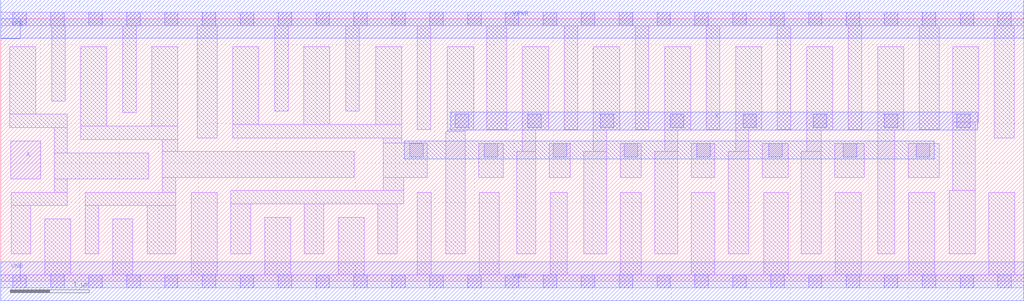
<source format=lef>
# Copyright 2020 The SkyWater PDK Authors
#
# Licensed under the Apache License, Version 2.0 (the "License");
# you may not use this file except in compliance with the License.
# You may obtain a copy of the License at
#
#     https://www.apache.org/licenses/LICENSE-2.0
#
# Unless required by applicable law or agreed to in writing, software
# distributed under the License is distributed on an "AS IS" BASIS,
# WITHOUT WARRANTIES OR CONDITIONS OF ANY KIND, either express or implied.
# See the License for the specific language governing permissions and
# limitations under the License.
#
# SPDX-License-Identifier: Apache-2.0

VERSION 5.5 ;
NAMESCASESENSITIVE ON ;
BUSBITCHARS "[]" ;
DIVIDERCHAR "/" ;
MACRO sky130_fd_sc_hs__bufbuf_16
  CLASS CORE ;
  SOURCE USER ;
  ORIGIN  0.000000  0.000000 ;
  SIZE  12.96000 BY  3.330000 ;
  SYMMETRY X Y ;
  SITE unit ;
  PIN A
    ANTENNAGATEAREA  0.279000 ;
    DIRECTION INPUT ;
    USE SIGNAL ;
    PORT
      LAYER li1 ;
        RECT 0.125000 1.300000 0.505000 1.780000 ;
    END
  END A
  PIN X
    ANTENNADIFFAREA  4.401600 ;
    DIRECTION OUTPUT ;
    USE SIGNAL ;
    PORT
      LAYER met1 ;
        RECT 5.700000 1.920000 12.380000 2.150000 ;
    END
  END X
  PIN VGND
    DIRECTION INOUT ;
    USE GROUND ;
    PORT
      LAYER met1 ;
        RECT 0.000000 -0.245000 12.960000 0.245000 ;
    END
  END VGND
  PIN VNB
    DIRECTION INOUT ;
    USE GROUND ;
    PORT
      LAYER met1 ;
        RECT 0.000000 0.000000 0.250000 0.250000 ;
    END
  END VNB
  PIN VPB
    DIRECTION INOUT ;
    USE POWER ;
    PORT
      LAYER met1 ;
        RECT 0.000000 3.080000 0.250000 3.330000 ;
    END
  END VPB
  PIN VPWR
    DIRECTION INOUT ;
    USE POWER ;
    PORT
      LAYER met1 ;
        RECT 0.000000 3.085000 12.960000 3.575000 ;
    END
  END VPWR
  OBS
    LAYER li1 ;
      RECT  0.000000 -0.085000 12.960000 0.085000 ;
      RECT  0.000000  3.245000 12.960000 3.415000 ;
      RECT  0.115000  1.950000  0.845000 2.120000 ;
      RECT  0.115000  2.120000  0.445000 2.980000 ;
      RECT  0.130000  0.350000  0.380000 0.960000 ;
      RECT  0.130000  0.960000  0.845000 1.130000 ;
      RECT  0.560000  0.085000  0.890000 0.790000 ;
      RECT  0.645000  2.290000  0.815000 3.245000 ;
      RECT  0.675000  1.130000  0.845000 1.300000 ;
      RECT  0.675000  1.300000  1.875000 1.630000 ;
      RECT  0.675000  1.630000  0.845000 1.950000 ;
      RECT  1.015000  1.800000  2.245000 1.970000 ;
      RECT  1.015000  1.970000  1.345000 2.980000 ;
      RECT  1.070000  0.350000  1.240000 0.960000 ;
      RECT  1.070000  0.960000  2.215000 1.130000 ;
      RECT  1.420000  0.085000  1.670000 0.790000 ;
      RECT  1.545000  2.140000  1.715000 3.245000 ;
      RECT  1.855000  0.350000  2.215000 0.960000 ;
      RECT  1.915000  1.970000  2.245000 2.980000 ;
      RECT  2.045000  1.130000  2.215000 1.320000 ;
      RECT  2.045000  1.320000  4.480000 1.650000 ;
      RECT  2.045000  1.650000  2.245000 1.800000 ;
      RECT  2.415000  0.085000  2.745000 1.130000 ;
      RECT  2.490000  1.820000  2.740000 3.245000 ;
      RECT  2.915000  0.350000  3.165000 0.980000 ;
      RECT  2.915000  0.980000  5.105000 1.150000 ;
      RECT  2.940000  1.820000  5.080000 1.990000 ;
      RECT  2.940000  1.990000  3.270000 2.980000 ;
      RECT  3.345000  0.085000  3.675000 0.810000 ;
      RECT  3.470000  2.160000  3.640000 3.245000 ;
      RECT  3.840000  1.990000  4.170000 2.980000 ;
      RECT  3.845000  0.350000  4.095000 0.980000 ;
      RECT  4.275000  0.085000  4.605000 0.810000 ;
      RECT  4.370000  2.160000  4.540000 3.245000 ;
      RECT  4.750000  1.990000  5.080000 2.980000 ;
      RECT  4.775000  0.350000  5.025000 0.980000 ;
      RECT  4.845000  1.150000  5.105000 1.320000 ;
      RECT  4.845000  1.320000  5.405000 1.755000 ;
      RECT  4.845000  1.755000  5.080000 1.820000 ;
      RECT  5.275000  0.085000  5.455000 1.130000 ;
      RECT  5.280000  1.925000  5.450000 3.245000 ;
      RECT  5.635000  0.350000  5.885000 1.900000 ;
      RECT  5.660000  1.900000  5.885000 1.920000 ;
      RECT  5.660000  1.920000  5.990000 2.980000 ;
      RECT  6.055000  1.320000  6.365000 1.750000 ;
      RECT  6.065000  0.085000  6.315000 1.130000 ;
      RECT  6.160000  1.925000  6.410000 3.245000 ;
      RECT  6.535000  0.350000  6.780000 1.650000 ;
      RECT  6.610000  1.650000  6.780000 1.920000 ;
      RECT  6.610000  1.920000  6.940000 2.980000 ;
      RECT  6.950000  1.320000  7.215000 1.750000 ;
      RECT  6.960000  0.085000  7.175000 1.130000 ;
      RECT  7.140000  1.925000  7.310000 3.245000 ;
      RECT  7.385000  0.350000  7.680000 1.650000 ;
      RECT  7.510000  1.650000  7.680000 1.920000 ;
      RECT  7.510000  1.920000  7.840000 2.980000 ;
      RECT  7.850000  0.085000  8.115000 1.130000 ;
      RECT  7.850000  1.320000  8.115000 1.750000 ;
      RECT  8.040000  1.925000  8.210000 3.245000 ;
      RECT  8.285000  0.350000  8.580000 1.650000 ;
      RECT  8.410000  1.650000  8.580000 1.920000 ;
      RECT  8.410000  1.920000  8.740000 2.980000 ;
      RECT  8.750000  0.085000  9.045000 1.130000 ;
      RECT  8.750000  1.320000  9.045000 1.750000 ;
      RECT  8.940000  1.925000  9.110000 3.245000 ;
      RECT  9.215000  0.350000  9.480000 1.650000 ;
      RECT  9.310000  1.650000  9.480000 1.920000 ;
      RECT  9.310000  1.920000  9.640000 2.980000 ;
      RECT  9.650000  1.320000  9.975000 1.750000 ;
      RECT  9.665000  0.085000  9.975000 1.130000 ;
      RECT  9.840000  1.925000 10.010000 3.245000 ;
      RECT 10.145000  0.350000 10.395000 1.650000 ;
      RECT 10.210000  1.650000 10.395000 1.920000 ;
      RECT 10.210000  1.920000 10.540000 2.980000 ;
      RECT 10.565000  1.320000 10.940000 1.750000 ;
      RECT 10.575000  0.085000 10.905000 1.130000 ;
      RECT 10.740000  1.925000 10.910000 3.245000 ;
      RECT 11.110000  0.350000 11.325000 1.920000 ;
      RECT 11.110000  1.920000 11.440000 2.980000 ;
      RECT 11.495000  1.320000 11.890000 1.750000 ;
      RECT 11.505000  0.085000 11.835000 1.130000 ;
      RECT 11.640000  1.925000 11.890000 3.245000 ;
      RECT 12.015000  0.350000 12.345000 1.150000 ;
      RECT 12.060000  1.150000 12.345000 2.020000 ;
      RECT 12.060000  2.020000 12.390000 2.980000 ;
      RECT 12.515000  0.085000 12.845000 1.130000 ;
      RECT 12.590000  1.820000 12.840000 3.245000 ;
    LAYER mcon ;
      RECT  0.155000 -0.085000  0.325000 0.085000 ;
      RECT  0.155000  3.245000  0.325000 3.415000 ;
      RECT  0.635000 -0.085000  0.805000 0.085000 ;
      RECT  0.635000  3.245000  0.805000 3.415000 ;
      RECT  1.115000 -0.085000  1.285000 0.085000 ;
      RECT  1.115000  3.245000  1.285000 3.415000 ;
      RECT  1.595000 -0.085000  1.765000 0.085000 ;
      RECT  1.595000  3.245000  1.765000 3.415000 ;
      RECT  2.075000 -0.085000  2.245000 0.085000 ;
      RECT  2.075000  3.245000  2.245000 3.415000 ;
      RECT  2.555000 -0.085000  2.725000 0.085000 ;
      RECT  2.555000  3.245000  2.725000 3.415000 ;
      RECT  3.035000 -0.085000  3.205000 0.085000 ;
      RECT  3.035000  3.245000  3.205000 3.415000 ;
      RECT  3.515000 -0.085000  3.685000 0.085000 ;
      RECT  3.515000  3.245000  3.685000 3.415000 ;
      RECT  3.995000 -0.085000  4.165000 0.085000 ;
      RECT  3.995000  3.245000  4.165000 3.415000 ;
      RECT  4.475000 -0.085000  4.645000 0.085000 ;
      RECT  4.475000  3.245000  4.645000 3.415000 ;
      RECT  4.955000 -0.085000  5.125000 0.085000 ;
      RECT  4.955000  3.245000  5.125000 3.415000 ;
      RECT  5.180000  1.580000  5.350000 1.750000 ;
      RECT  5.435000 -0.085000  5.605000 0.085000 ;
      RECT  5.435000  3.245000  5.605000 3.415000 ;
      RECT  5.760000  1.950000  5.930000 2.120000 ;
      RECT  5.915000 -0.085000  6.085000 0.085000 ;
      RECT  5.915000  3.245000  6.085000 3.415000 ;
      RECT  6.125000  1.580000  6.295000 1.750000 ;
      RECT  6.395000 -0.085000  6.565000 0.085000 ;
      RECT  6.395000  3.245000  6.565000 3.415000 ;
      RECT  6.675000  1.950000  6.845000 2.120000 ;
      RECT  6.875000 -0.085000  7.045000 0.085000 ;
      RECT  6.875000  3.245000  7.045000 3.415000 ;
      RECT  7.000000  1.580000  7.170000 1.750000 ;
      RECT  7.355000 -0.085000  7.525000 0.085000 ;
      RECT  7.355000  3.245000  7.525000 3.415000 ;
      RECT  7.595000  1.950000  7.765000 2.120000 ;
      RECT  7.835000 -0.085000  8.005000 0.085000 ;
      RECT  7.835000  3.245000  8.005000 3.415000 ;
      RECT  7.900000  1.580000  8.070000 1.750000 ;
      RECT  8.315000 -0.085000  8.485000 0.085000 ;
      RECT  8.315000  3.245000  8.485000 3.415000 ;
      RECT  8.485000  1.950000  8.655000 2.120000 ;
      RECT  8.795000 -0.085000  8.965000 0.085000 ;
      RECT  8.795000  3.245000  8.965000 3.415000 ;
      RECT  8.820000  1.580000  8.990000 1.750000 ;
      RECT  9.275000 -0.085000  9.445000 0.085000 ;
      RECT  9.275000  3.245000  9.445000 3.415000 ;
      RECT  9.405000  1.950000  9.575000 2.120000 ;
      RECT  9.730000  1.580000  9.900000 1.750000 ;
      RECT  9.755000 -0.085000  9.925000 0.085000 ;
      RECT  9.755000  3.245000  9.925000 3.415000 ;
      RECT 10.235000 -0.085000 10.405000 0.085000 ;
      RECT 10.235000  3.245000 10.405000 3.415000 ;
      RECT 10.295000  1.950000 10.465000 2.120000 ;
      RECT 10.675000  1.580000 10.845000 1.750000 ;
      RECT 10.715000 -0.085000 10.885000 0.085000 ;
      RECT 10.715000  3.245000 10.885000 3.415000 ;
      RECT 11.195000 -0.085000 11.365000 0.085000 ;
      RECT 11.195000  1.950000 11.365000 2.120000 ;
      RECT 11.195000  3.245000 11.365000 3.415000 ;
      RECT 11.600000  1.580000 11.770000 1.750000 ;
      RECT 11.675000 -0.085000 11.845000 0.085000 ;
      RECT 11.675000  3.245000 11.845000 3.415000 ;
      RECT 12.115000  1.950000 12.285000 2.120000 ;
      RECT 12.155000 -0.085000 12.325000 0.085000 ;
      RECT 12.155000  3.245000 12.325000 3.415000 ;
      RECT 12.635000 -0.085000 12.805000 0.085000 ;
      RECT 12.635000  3.245000 12.805000 3.415000 ;
    LAYER met1 ;
      RECT 5.110000 1.550000 11.830000 1.780000 ;
  END
END sky130_fd_sc_hs__bufbuf_16

</source>
